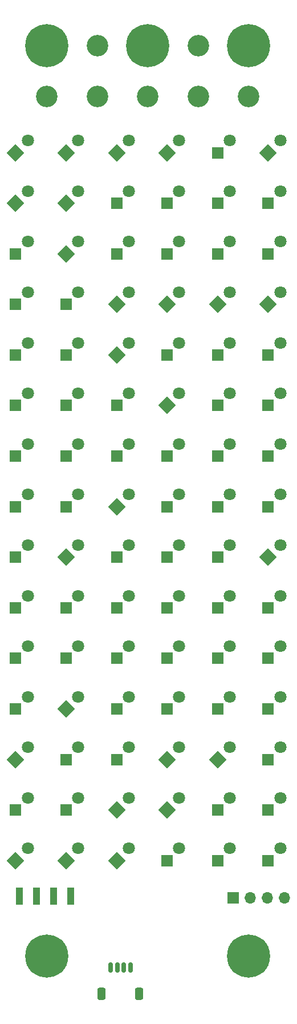
<source format=gbr>
%TF.GenerationSoftware,KiCad,Pcbnew,7.0.6-7.0.6~ubuntu22.04.1*%
%TF.CreationDate,2023-08-02T20:04:38+01:00*%
%TF.ProjectId,working,776f726b-696e-4672-9e6b-696361645f70,rev?*%
%TF.SameCoordinates,Original*%
%TF.FileFunction,Soldermask,Top*%
%TF.FilePolarity,Negative*%
%FSLAX46Y46*%
G04 Gerber Fmt 4.6, Leading zero omitted, Abs format (unit mm)*
G04 Created by KiCad (PCBNEW 7.0.6-7.0.6~ubuntu22.04.1) date 2023-08-02 20:04:38*
%MOMM*%
%LPD*%
G01*
G04 APERTURE LIST*
G04 Aperture macros list*
%AMRoundRect*
0 Rectangle with rounded corners*
0 $1 Rounding radius*
0 $2 $3 $4 $5 $6 $7 $8 $9 X,Y pos of 4 corners*
0 Add a 4 corners polygon primitive as box body*
4,1,4,$2,$3,$4,$5,$6,$7,$8,$9,$2,$3,0*
0 Add four circle primitives for the rounded corners*
1,1,$1+$1,$2,$3*
1,1,$1+$1,$4,$5*
1,1,$1+$1,$6,$7*
1,1,$1+$1,$8,$9*
0 Add four rect primitives between the rounded corners*
20,1,$1+$1,$2,$3,$4,$5,0*
20,1,$1+$1,$4,$5,$6,$7,0*
20,1,$1+$1,$6,$7,$8,$9,0*
20,1,$1+$1,$8,$9,$2,$3,0*%
%AMRotRect*
0 Rectangle, with rotation*
0 The origin of the aperture is its center*
0 $1 length*
0 $2 width*
0 $3 Rotation angle, in degrees counterclockwise*
0 Add horizontal line*
21,1,$1,$2,0,0,$3*%
G04 Aperture macros list end*
%ADD10RotRect,1.800000X1.800000X45.000000*%
%ADD11C,1.800000*%
%ADD12RoundRect,0.150000X-0.150000X-0.625000X0.150000X-0.625000X0.150000X0.625000X-0.150000X0.625000X0*%
%ADD13RoundRect,0.250000X-0.350000X-0.650000X0.350000X-0.650000X0.350000X0.650000X-0.350000X0.650000X0*%
%ADD14R,1.700000X1.700000*%
%ADD15O,1.700000X1.700000*%
%ADD16C,3.200000*%
%ADD17C,6.400000*%
%ADD18R,1.800000X1.800000*%
%ADD19R,1.000000X2.500000*%
G04 APERTURE END LIST*
D10*
%TO.C,L74*%
X-12116000Y36634000D03*
D11*
X-10319949Y38430051D03*
%TD*%
D10*
%TO.C,L17*%
X10384000Y-38366000D03*
D11*
X12180051Y-36569949D03*
%TD*%
D10*
%TO.C,L88*%
X2884000Y51634000D03*
D11*
X4680051Y53430051D03*
%TD*%
D10*
%TO.C,L90*%
X17884000Y51634000D03*
D11*
X19680051Y53430051D03*
%TD*%
D10*
%TO.C,L10*%
X2884000Y-45866000D03*
D11*
X4680051Y-44069949D03*
%TD*%
D12*
%TO.C,J3*%
X-5540000Y-69215000D03*
X-4540000Y-69215000D03*
X-3540000Y-69215000D03*
X-2540000Y-69215000D03*
D13*
X-6840000Y-73090000D03*
X-1240000Y-73090000D03*
%TD*%
D10*
%TO.C,L70*%
X2884000Y29134000D03*
D11*
X4680051Y30930051D03*
%TD*%
D10*
%TO.C,L80*%
X-12116000Y44134000D03*
D11*
X-10319949Y45930051D03*
%TD*%
D10*
%TO.C,L13*%
X-19616000Y-38366000D03*
D11*
X-17819949Y-36569949D03*
%TD*%
D10*
%TO.C,L9*%
X-4616000Y-45866000D03*
D11*
X-2819949Y-44069949D03*
%TD*%
D14*
%TO.C,J2*%
X12700000Y-58928000D03*
D15*
X15240000Y-58928000D03*
X17780000Y-58928000D03*
X20320000Y-58928000D03*
%TD*%
D10*
%TO.C,L86*%
X-12116000Y51634000D03*
D11*
X-10319949Y53430051D03*
%TD*%
D10*
%TO.C,L71*%
X10384000Y29134000D03*
D11*
X12180051Y30930051D03*
%TD*%
D10*
%TO.C,L69*%
X-4616000Y29134000D03*
D11*
X-2819949Y30930051D03*
%TD*%
D10*
%TO.C,L72*%
X17884000Y29134000D03*
D11*
X19680051Y30930051D03*
%TD*%
D10*
%TO.C,L63*%
X-4616000Y21634000D03*
D11*
X-2819949Y23430051D03*
%TD*%
D10*
%TO.C,L20*%
X-12116000Y-30866000D03*
D11*
X-10319949Y-29069949D03*
%TD*%
D10*
%TO.C,L87*%
X-4616000Y51634000D03*
D11*
X-2819949Y53430051D03*
%TD*%
D16*
%TO.C,H13*%
X7500000Y60000000D03*
%TD*%
D10*
%TO.C,L58*%
X2884000Y14134000D03*
D11*
X4680051Y15930051D03*
%TD*%
D10*
%TO.C,L42*%
X17884000Y-8366000D03*
D11*
X19680051Y-6569949D03*
%TD*%
D10*
%TO.C,L16*%
X2884000Y-38366000D03*
D11*
X4680051Y-36569949D03*
%TD*%
D10*
%TO.C,L79*%
X-19616000Y44134000D03*
D11*
X-17819949Y45930051D03*
%TD*%
D10*
%TO.C,L45*%
X-4616000Y-866000D03*
D11*
X-2819949Y930051D03*
%TD*%
D10*
%TO.C,L38*%
X-12116000Y-8366000D03*
D11*
X-10319949Y-6569949D03*
%TD*%
D17*
%TO.C,H2*%
X15000000Y-67500000D03*
%TD*%
D10*
%TO.C,L85*%
X-19616000Y51634000D03*
D11*
X-17819949Y53430051D03*
%TD*%
D10*
%TO.C,L1*%
X-19616000Y-53366000D03*
D11*
X-17819949Y-51569949D03*
%TD*%
D18*
%TO.C,L61*%
X-19616000Y21634000D03*
D11*
X-17819949Y23430051D03*
%TD*%
D18*
%TO.C,L89*%
X10384000Y51634000D03*
D11*
X12180051Y53430051D03*
%TD*%
D18*
%TO.C,L4*%
X2884000Y-53366000D03*
D11*
X4680051Y-51569949D03*
%TD*%
D16*
%TO.C,H12*%
X0Y60000000D03*
%TD*%
D18*
%TO.C,L50*%
X-12116000Y6634000D03*
D11*
X-10319949Y8430051D03*
%TD*%
D18*
%TO.C,L75*%
X-4616000Y36634000D03*
D11*
X-2819949Y38430051D03*
%TD*%
D10*
%TO.C,L3*%
X-4616000Y-53366000D03*
D11*
X-2819949Y-51569949D03*
%TD*%
D17*
%TO.C,H5*%
X15000000Y67500000D03*
%TD*%
D18*
%TO.C,L76*%
X2884000Y36634000D03*
D11*
X4680051Y38430051D03*
%TD*%
D18*
%TO.C,L27*%
X-4616000Y-23366000D03*
D11*
X-2819949Y-21569949D03*
%TD*%
D18*
%TO.C,L7*%
X-19616000Y-45866000D03*
D11*
X-17819949Y-44069949D03*
%TD*%
D18*
%TO.C,L64*%
X2884000Y21634000D03*
D11*
X4680051Y23430051D03*
%TD*%
D18*
%TO.C,L35*%
X10384000Y-15866000D03*
D11*
X12180051Y-14069949D03*
%TD*%
D18*
%TO.C,L12*%
X17884000Y-45866000D03*
D11*
X19680051Y-44069949D03*
%TD*%
D18*
%TO.C,L65*%
X10384000Y21634000D03*
D11*
X12180051Y23430051D03*
%TD*%
D18*
%TO.C,L53*%
X10384000Y6634000D03*
D11*
X12180051Y8430051D03*
%TD*%
D18*
%TO.C,L60*%
X17884000Y14134000D03*
D11*
X19680051Y15930051D03*
%TD*%
D18*
%TO.C,L78*%
X17884000Y36634000D03*
D11*
X19680051Y38430051D03*
%TD*%
D18*
%TO.C,L23*%
X10384000Y-30866000D03*
D11*
X12180051Y-29069949D03*
%TD*%
D18*
%TO.C,L41*%
X10384000Y-8366000D03*
D11*
X12180051Y-6569949D03*
%TD*%
D18*
%TO.C,L83*%
X10384000Y44134000D03*
D11*
X12180051Y45930051D03*
%TD*%
D10*
%TO.C,L2*%
X-12116000Y-53366000D03*
D11*
X-10319949Y-51569949D03*
%TD*%
D18*
%TO.C,L15*%
X-4616000Y-38366000D03*
D11*
X-2819949Y-36569949D03*
%TD*%
D18*
%TO.C,L6*%
X17884000Y-53366000D03*
D11*
X19680051Y-51569949D03*
%TD*%
D18*
%TO.C,L22*%
X2884000Y-30866000D03*
D11*
X4680051Y-29069949D03*
%TD*%
D18*
%TO.C,L48*%
X17884000Y-866000D03*
D11*
X19680051Y930051D03*
%TD*%
D17*
%TO.C,H4*%
X0Y67500000D03*
%TD*%
D18*
%TO.C,L55*%
X-19616000Y14134000D03*
D11*
X-17819949Y15930051D03*
%TD*%
D18*
%TO.C,L66*%
X17884000Y21634000D03*
D11*
X19680051Y23430051D03*
%TD*%
D18*
%TO.C,L5*%
X10384000Y-53366000D03*
D11*
X12180051Y-51569949D03*
%TD*%
D18*
%TO.C,L34*%
X2884000Y-15866000D03*
D11*
X4680051Y-14069949D03*
%TD*%
D18*
%TO.C,L30*%
X17884000Y-23366000D03*
D11*
X19680051Y-21569949D03*
%TD*%
D18*
%TO.C,L59*%
X10384000Y14134000D03*
D11*
X12180051Y15930051D03*
%TD*%
D18*
%TO.C,L11*%
X10384000Y-45866000D03*
D11*
X12180051Y-44069949D03*
%TD*%
D18*
%TO.C,L46*%
X2884000Y-866000D03*
D11*
X4680051Y930051D03*
%TD*%
D16*
%TO.C,H10*%
X-15000000Y60000000D03*
%TD*%
D18*
%TO.C,L82*%
X2884000Y44134000D03*
D11*
X4680051Y45930051D03*
%TD*%
D18*
%TO.C,L19*%
X-19616000Y-30866000D03*
D11*
X-17819949Y-29069949D03*
%TD*%
D18*
%TO.C,L73*%
X-19616000Y36634000D03*
D11*
X-17819949Y38430051D03*
%TD*%
D18*
%TO.C,L44*%
X-12116000Y-866000D03*
D11*
X-10319949Y930051D03*
%TD*%
D18*
%TO.C,L33*%
X-4616000Y-15866000D03*
D11*
X-2819949Y-14069949D03*
%TD*%
D18*
%TO.C,L21*%
X-4616000Y-30866000D03*
D11*
X-2819949Y-29069949D03*
%TD*%
D18*
%TO.C,L31*%
X-19616000Y-15866000D03*
D11*
X-17819949Y-14069949D03*
%TD*%
D18*
%TO.C,L25*%
X-19616000Y-23366000D03*
D11*
X-17819949Y-21569949D03*
%TD*%
D18*
%TO.C,L40*%
X2884000Y-8366000D03*
D11*
X4680051Y-6569949D03*
%TD*%
D18*
%TO.C,L24*%
X17884000Y-30866000D03*
D11*
X19680051Y-29069949D03*
%TD*%
D18*
%TO.C,L57*%
X-4616000Y14134000D03*
D11*
X-2819949Y15930051D03*
%TD*%
D17*
%TO.C,H1*%
X-15000000Y-67500000D03*
%TD*%
D18*
%TO.C,L43*%
X-19616000Y-866000D03*
D11*
X-17819949Y930051D03*
%TD*%
D18*
%TO.C,L36*%
X17884000Y-15866000D03*
D11*
X19680051Y-14069949D03*
%TD*%
D18*
%TO.C,L77*%
X10384000Y36634000D03*
D11*
X12180051Y38430051D03*
%TD*%
D18*
%TO.C,L51*%
X-4616000Y6634000D03*
D11*
X-2819949Y8430051D03*
%TD*%
D18*
%TO.C,L8*%
X-12116000Y-45866000D03*
D11*
X-10319949Y-44069949D03*
%TD*%
D17*
%TO.C,H3*%
X-15000000Y67500000D03*
%TD*%
D18*
%TO.C,L49*%
X-19616000Y6634000D03*
D11*
X-17819949Y8430051D03*
%TD*%
D18*
%TO.C,L18*%
X17884000Y-38366000D03*
D11*
X19680051Y-36569949D03*
%TD*%
D18*
%TO.C,L14*%
X-12116000Y-38366000D03*
D11*
X-10319949Y-36569949D03*
%TD*%
D18*
%TO.C,L28*%
X2884000Y-23366000D03*
D11*
X4680051Y-21569949D03*
%TD*%
D18*
%TO.C,L37*%
X-19616000Y-8366000D03*
D11*
X-17819949Y-6569949D03*
%TD*%
D16*
%TO.C,H14*%
X15000000Y60000000D03*
%TD*%
%TO.C,H15*%
X-7500000Y67500000D03*
%TD*%
D19*
%TO.C,J1*%
X-11430000Y-58610000D03*
X-13970000Y-58610000D03*
X-16510000Y-58610000D03*
X-19050000Y-58610000D03*
%TD*%
D18*
%TO.C,L81*%
X-4616000Y44134000D03*
D11*
X-2819949Y45930051D03*
%TD*%
D18*
%TO.C,L29*%
X10384000Y-23366000D03*
D11*
X12180051Y-21569949D03*
%TD*%
D18*
%TO.C,L52*%
X2884000Y6634000D03*
D11*
X4680051Y8430051D03*
%TD*%
D18*
%TO.C,L84*%
X17884000Y44134000D03*
D11*
X19680051Y45930051D03*
%TD*%
D18*
%TO.C,L56*%
X-12116000Y14134000D03*
D11*
X-10319949Y15930051D03*
%TD*%
D18*
%TO.C,L32*%
X-12116000Y-15866000D03*
D11*
X-10319949Y-14069949D03*
%TD*%
D18*
%TO.C,L39*%
X-4616000Y-8366000D03*
D11*
X-2819949Y-6569949D03*
%TD*%
D18*
%TO.C,L26*%
X-12116000Y-23366000D03*
D11*
X-10319949Y-21569949D03*
%TD*%
D18*
%TO.C,L47*%
X10384000Y-866000D03*
D11*
X12180051Y930051D03*
%TD*%
D16*
%TO.C,H16*%
X7500000Y67500000D03*
%TD*%
D18*
%TO.C,L62*%
X-12116000Y21634000D03*
D11*
X-10319949Y23430051D03*
%TD*%
D16*
%TO.C,H11*%
X-7500000Y60000000D03*
%TD*%
D18*
%TO.C,L68*%
X-12116000Y29134000D03*
D11*
X-10319949Y30930051D03*
%TD*%
D18*
%TO.C,L54*%
X17884000Y6634000D03*
D11*
X19680051Y8430051D03*
%TD*%
D18*
%TO.C,L67*%
X-19616000Y29134000D03*
D11*
X-17819949Y30930051D03*
%TD*%
M02*

</source>
